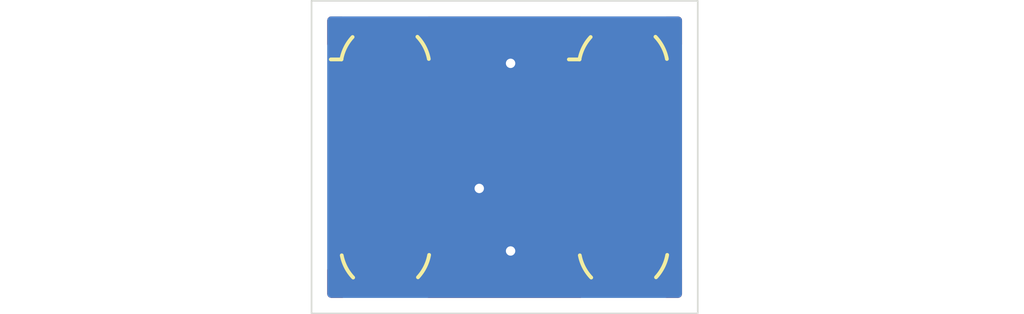
<source format=kicad_pcb>
(kicad_pcb (version 20240108) (generator "pcbnew") (generator_version "8.0")
  (layers (0 "F.Cu" signal) (31 "B.Cu" signal) (34 "B.Paste" user) (35 "F.Paste" user) (36 "B.SilkS" user "B.Silkscreen") (37 "F.SilkS" user "F.Silkscreen") (38 "B.Mask" user) (39 "F.Mask" user) (44 "Edge.Cuts" user))
  (net 0 "")
  (net 1 "Net-(J1-VBUS-PadA9)")
  (net 2 "Net-(J1-SHIELD)")
  (footprint "Connector_USB:USB_C_Plug_ShenzhenJingTuoJin_918-118A2021Y40002_Vertical" (layer "F.Cu") (at 7.6 0)
    (property "Reference" "J2" (hide yes))
    (property "Value" "USB_C_Receptacle_PowerOnly_6P")
    (fp_line (start -1.74 -3.125) (end -1.4 -3.125) (stroke (width 0.12)) (layer "F.SilkS"))
    (fp_arc (start -1.4 -3.125) (mid -1.273005 -3.509003) (end -1.043045 -3.841725) (stroke (width 0.12)) (layer "F.SilkS"))
    (fp_arc (start -1.025 3.85) (mid -1.258743 3.520613) (end -1.389879 3.138598) (stroke (width 0.12)) (layer "F.SilkS"))
    (fp_arc (start 1.025 -3.85) (mid 1.258743 -3.520613) (end 1.389879 -3.138598) (stroke (width 0.12)) (layer "F.SilkS"))
    (fp_arc (start 1.4 3.125) (mid 1.273005 3.509002) (end 1.043045 3.841725) (stroke (width 0.12)) (layer "F.SilkS"))
    (pad "A1" smd roundrect (at -1.27 -2.8 90) (size 0.4 0.79) (layers "F.Cu" "F.Paste" "F.Mask"))
    (pad "A4" smd roundrect (at -1.27 -2 90) (size 0.4 0.79) (layers "F.Cu" "F.Paste" "F.Mask"))
    (pad "A5" smd roundrect (at -1.27 -1.2 90) (size 0.4 0.79) (layers "F.Cu" "F.Paste" "F.Mask"))
    (pad "A6" smd roundrect (at -1.27 -0.4 90) (size 0.4 0.79) (layers "F.Cu" "F.Paste" "F.Mask"))
    (pad "A7" smd roundrect (at -1.27 0.4 90) (size 0.4 0.79) (layers "F.Cu" "F.Paste" "F.Mask"))
    (pad "A8" smd roundrect (at -1.27 1.2 90) (size 0.4 0.79) (layers "F.Cu" "F.Paste" "F.Mask"))
    (pad "A9" smd roundrect (at -1.27 2 90) (size 0.4 0.79) (layers "F.Cu" "F.Paste" "F.Mask") (net 1 "Net-(J1-VBUS-PadA9)"))
    (pad "A12" smd roundrect (at -1.27 2.8 90) (size 0.4 0.79) (layers "F.Cu" "F.Paste" "F.Mask") (net 2 "Net-(J1-SHIELD)"))
    (pad "B1" smd roundrect (at 1.27 2.8 90) (size 0.4 0.79) (layers "F.Cu" "F.Paste" "F.Mask"))
    (pad "B4" smd roundrect (at 1.27 2 90) (size 0.4 0.79) (layers "F.Cu" "F.Paste" "F.Mask"))
    (pad "B5" smd roundrect (at 1.27 1.2 90) (size 0.4 0.79) (layers "F.Cu" "F.Paste" "F.Mask"))
    (pad "B6" smd roundrect (at 1.27 0.4 90) (size 0.4 0.79) (layers "F.Cu" "F.Paste" "F.Mask"))
    (pad "B7" smd roundrect (at 1.27 -0.4 90) (size 0.4 0.79) (layers "F.Cu" "F.Paste" "F.Mask"))
    (pad "B8" smd roundrect (at 1.27 -1.2 90) (size 0.4 0.79) (layers "F.Cu" "F.Paste" "F.Mask"))
    (pad "B9" smd roundrect (at 1.27 -2 90) (size 0.4 0.79) (layers "F.Cu" "F.Paste" "F.Mask") (net 1 "Net-(J1-VBUS-PadA9)"))
    (pad "B12" smd roundrect (at 1.27 -2.8 90) (size 0.4 0.79) (layers "F.Cu" "F.Paste" "F.Mask") (net 2 "Net-(J1-SHIELD)"))
    (pad "S1" smd roundrect (at 0 -3.95 90) (size 0.65 1.6) (layers "F.Cu" "F.Paste" "F.Mask") (net 2 "Net-(J1-SHIELD)"))
    (pad "S1" smd roundrect (at 0 3.95 90) (size 0.65 1.6) (layers "F.Cu" "F.Paste" "F.Mask") (net 2 "Net-(J1-SHIELD)"))
  )
  (footprint "Connector_USB:USB_C_Plug_ShenzhenJingTuoJin_918-118A2021Y40002_Vertical" (layer "F.Cu") (at 0 0)
    (property "Reference" "J1" (hide yes))
    (property "Value" "USB_C_Receptacle_PowerOnly_6P")
    (fp_line (start -1.74 -3.125) (end -1.4 -3.125) (stroke (width 0.12)) (layer "F.SilkS"))
    (fp_arc (start -1.4 -3.125) (mid -1.273005 -3.509002) (end -1.043045 -3.841725) (stroke (width 0.12)) (layer "F.SilkS"))
    (fp_arc (start -1.025 3.85) (mid -1.258743 3.520613) (end -1.389879 3.138598) (stroke (width 0.12)) (layer "F.SilkS"))
    (fp_arc (start 1.025 -3.85) (mid 1.258743 -3.520613) (end 1.389879 -3.138598) (stroke (width 0.12)) (layer "F.SilkS"))
    (fp_arc (start 1.4 3.125) (mid 1.273005 3.509002) (end 1.043045 3.841725) (stroke (width 0.12)) (layer "F.SilkS"))
    (pad "A1" smd roundrect (at -1.27 -2.8 90) (size 0.4 0.79) (layers "F.Cu" "F.Paste" "F.Mask"))
    (pad "A4" smd roundrect (at -1.27 -2 90) (size 0.4 0.79) (layers "F.Cu" "F.Paste" "F.Mask"))
    (pad "A5" smd roundrect (at -1.27 -1.2 90) (size 0.4 0.79) (layers "F.Cu" "F.Paste" "F.Mask"))
    (pad "A6" smd roundrect (at -1.27 -0.4 90) (size 0.4 0.79) (layers "F.Cu" "F.Paste" "F.Mask"))
    (pad "A7" smd roundrect (at -1.27 0.4 90) (size 0.4 0.79) (layers "F.Cu" "F.Paste" "F.Mask"))
    (pad "A8" smd roundrect (at -1.27 1.2 90) (size 0.4 0.79) (layers "F.Cu" "F.Paste" "F.Mask"))
    (pad "A9" smd roundrect (at -1.27 2 90) (size 0.4 0.79) (layers "F.Cu" "F.Paste" "F.Mask") (net 1 "Net-(J1-VBUS-PadA9)"))
    (pad "A12" smd roundrect (at -1.27 2.8 90) (size 0.4 0.79) (layers "F.Cu" "F.Paste" "F.Mask") (net 2 "Net-(J1-SHIELD)"))
    (pad "B1" smd roundrect (at 1.27 2.8 90) (size 0.4 0.79) (layers "F.Cu" "F.Paste" "F.Mask"))
    (pad "B4" smd roundrect (at 1.27 2 90) (size 0.4 0.79) (layers "F.Cu" "F.Paste" "F.Mask"))
    (pad "B5" smd roundrect (at 1.27 1.2 90) (size 0.4 0.79) (layers "F.Cu" "F.Paste" "F.Mask"))
    (pad "B6" smd roundrect (at 1.27 0.4 90) (size 0.4 0.79) (layers "F.Cu" "F.Paste" "F.Mask"))
    (pad "B7" smd roundrect (at 1.27 -0.4 90) (size 0.4 0.79) (layers "F.Cu" "F.Paste" "F.Mask"))
    (pad "B8" smd roundrect (at 1.27 -1.2 90) (size 0.4 0.79) (layers "F.Cu" "F.Paste" "F.Mask"))
    (pad "B9" smd roundrect (at 1.27 -2 90) (size 0.4 0.79) (layers "F.Cu" "F.Paste" "F.Mask") (net 1 "Net-(J1-VBUS-PadA9)"))
    (pad "B12" smd roundrect (at 1.27 -2.8 90) (size 0.4 0.79) (layers "F.Cu" "F.Paste" "F.Mask") (net 2 "Net-(J1-SHIELD)"))
    (pad "S1" smd roundrect (at 0 -3.95 90) (size 0.65 1.6) (layers "F.Cu" "F.Paste" "F.Mask") (net 2 "Net-(J1-SHIELD)"))
    (pad "S1" smd roundrect (at 0 3.95 90) (size 0.65 1.6) (layers "F.Cu" "F.Paste" "F.Mask") (net 2 "Net-(J1-SHIELD)"))
  )
  (gr_rect (start -2.354193 -5) (end 9.974008 5) (stroke (width 0.05)) (fill none) (layer "Edge.Cuts"))
  (segment (start 0.425 -1.549999) (end 0.875001 -2) (width 0.5) (layer "F.Cu") (net 1))
  (segment (start 0.425 0.699999) (end 0.425 -1.549999) (width 0.5) (layer "F.Cu") (net 1))
  (segment (start 8 0.724999) (end 6.724999 2) (width 0.5) (layer "F.Cu") (net 1))
  (segment (start 0.875001 -2) (end 1.27 -2) (width 0.5) (layer "F.Cu") (net 1))
  (segment (start 8 -1.524999) (end 8 0.724999) (width 0.5) (layer "F.Cu") (net 1))
  (segment (start 5.935001 2) (end 1.935001 -2) (width 0.5) (layer "F.Cu") (net 1))
  (segment (start 6.724999 2) (end 6.33 2) (width 0.5) (layer "F.Cu") (net 1))
  (segment (start -1.27 2) (end -0.875001 2) (width 0.5) (layer "F.Cu") (net 1))
  (segment (start 1.935001 -2) (end 1.27 -2) (width 0.5) (layer "F.Cu") (net 1))
  (segment (start -0.875001 2) (end 0.425 0.699999) (width 0.5) (layer "F.Cu") (net 1))
  (segment (start 6.33 2) (end 5.935001 2) (width 0.5) (layer "F.Cu") (net 1))
  (segment (start 8.87 -2) (end 8.475001 -2) (width 0.5) (layer "F.Cu") (net 1))
  (segment (start 8.475001 -2) (end 8 -1.524999) (width 0.5) (layer "F.Cu") (net 1))
  (segment (start -1.15 2.8) (end 0 3.95) (width 0.5) (layer "F.Cu") (net 2))
  (segment (start -1.27 2.8) (end -1.15 2.8) (width 0.5) (layer "F.Cu") (net 2))
  (segment (start 0 -3.95) (end 7.6 -3.95) (width 0.5) (layer "F.Cu") (net 2))
  (segment (start 6.45 2.8) (end 7.6 3.95) (width 0.5) (layer "F.Cu") (net 2))
  (segment (start 6.33 2.8) (end 6.45 2.8) (width 0.5) (layer "F.Cu") (net 2))
  (segment (start 7.72 -3.95) (end 8.87 -2.8) (width 0.5) (layer "F.Cu") (net 2))
  (segment (start 1.15 -2.8) (end 0 -3.95) (width 0.5) (layer "F.Cu") (net 2))
  (segment (start 7.6 -3.95) (end 7.72 -3.95) (width 0.5) (layer "F.Cu") (net 2))
  (segment (start 0 3.95) (end 7.6 3.95) (width 0.5) (layer "F.Cu") (net 2))
  (segment (start 1.27 -2.8) (end 1.15 -2.8) (width 0.5) (layer "F.Cu") (net 2))
  (via (at 4 -3) (size 0.6) (drill 0.3) (layers "F.Cu" "B.Cu") (net 2))
  (via (at 3 1) (size 0.6) (drill 0.3) (layers "F.Cu" "B.Cu") (net 2))
  (via (at 4 3) (size 0.6) (drill 0.3) (layers "F.Cu" "B.Cu") (net 2))
  (zone (net 2) (net_name "Net-(J1-SHIELD)") (layers "F&B.Cu") (connect_pads (clearance 0.5)) (min_thickness 0.25) (fill yes (thermal_gap 0.5) (thermal_bridge_width 0.5))
    (polygon (pts (xy -2.5 -5) (xy -2.5 5) (xy 12.5 5) (xy 12.5 -5)))
  )
)
</source>
